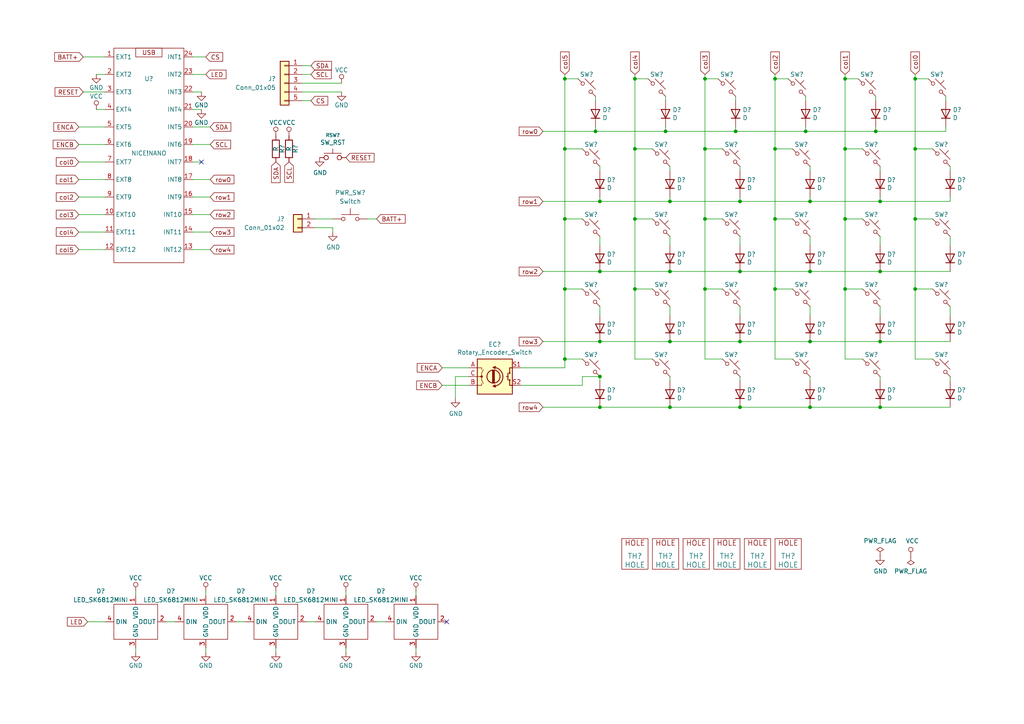
<source format=kicad_sch>
(kicad_sch (version 20230121) (generator eeschema)
  (paper "A4")
  (junction (at 245.11 83.82))
  (junction (at 172.72 38.1))
  (junction (at 194.31 99.06))
  (junction (at 204.47 83.82))
  (junction (at 173.99 118.11))
  (junction (at 233.68 38.1))
  (junction (at 184.15 22.86))
  (junction (at 204.47 22.86))
  (junction (at 224.79 83.82))
  (junction (at 234.95 78.74))
  (junction (at 245.11 43.18))
  (junction (at 224.79 43.18))
  (junction (at 224.79 22.86))
  (junction (at 184.15 63.5))
  (junction (at 234.95 58.42))
  (junction (at 173.99 109.22))
  (junction (at 184.15 43.18))
  (junction (at 204.47 43.18))
  (junction (at 254 38.1))
  (junction (at 265.43 63.5))
  (junction (at 204.47 63.5))
  (junction (at 255.27 118.11))
  (junction (at 163.83 43.18))
  (junction (at 193.04 38.1))
  (junction (at 265.43 43.18))
  (junction (at 173.99 99.06))
  (junction (at 255.27 78.74))
  (junction (at 224.79 63.5))
  (junction (at 245.11 63.5))
  (junction (at 255.27 99.06))
  (junction (at 214.63 99.06))
  (junction (at 214.63 58.42))
  (junction (at 213.36 38.1))
  (junction (at 184.15 83.82))
  (junction (at 214.63 118.11))
  (junction (at 163.83 63.5))
  (junction (at 194.31 58.42))
  (junction (at 255.27 58.42))
  (junction (at 265.43 83.82))
  (junction (at 163.83 104.14))
  (junction (at 173.99 78.74))
  (junction (at 163.83 22.86))
  (junction (at 194.31 118.11))
  (junction (at 265.43 22.86))
  (junction (at 194.31 78.74))
  (junction (at 163.83 83.82))
  (junction (at 173.99 58.42))
  (junction (at 214.63 78.74))
  (junction (at 234.95 118.11))
  (junction (at 245.11 22.86))
  (junction (at 234.95 99.06))
  (no_connect (at 58.42 46.99))
  (no_connect (at 129.54 180.34))
  (wire (pts (xy 168.91 104.14) (xy 163.83 104.14)))
  (wire (pts (xy 275.59 68.58) (xy 275.59 71.12)))
  (wire (pts (xy 163.83 43.18) (xy 168.91 43.18)))
  (wire (pts (xy 265.43 21.59) (xy 265.43 22.86)))
  (wire (pts (xy 27.94 31.75) (xy 30.48 31.75)))
  (wire (pts (xy 214.63 88.9) (xy 214.63 91.44)))
  (wire (pts (xy 59.69 187.96) (xy 59.69 189.23)))
  (wire (pts (xy 27.94 21.59) (xy 30.48 21.59)))
  (wire (pts (xy 163.83 104.14) (xy 163.83 83.82)))
  (wire (pts (xy 87.63 21.59) (xy 90.17 21.59)))
  (wire (pts (xy 255.27 68.58) (xy 255.27 71.12)))
  (wire (pts (xy 55.88 46.99) (xy 58.42 46.99)))
  (wire (pts (xy 55.88 16.51) (xy 59.69 16.51)))
  (wire (pts (xy 173.99 109.22) (xy 173.99 110.49)))
  (wire (pts (xy 245.11 83.82) (xy 250.19 83.82)))
  (wire (pts (xy 173.99 99.06) (xy 157.48 99.06)))
  (wire (pts (xy 87.63 26.67) (xy 99.06 26.67)))
  (wire (pts (xy 22.86 72.39) (xy 30.48 72.39)))
  (wire (pts (xy 245.11 21.59) (xy 245.11 22.86)))
  (wire (pts (xy 22.86 41.91) (xy 30.48 41.91)))
  (wire (pts (xy 255.27 109.22) (xy 255.27 110.49)))
  (wire (pts (xy 194.31 68.58) (xy 194.31 71.12)))
  (wire (pts (xy 173.99 58.42) (xy 157.48 58.42)))
  (wire (pts (xy 265.43 83.82) (xy 265.43 104.14)))
  (wire (pts (xy 59.69 171.45) (xy 59.69 172.72)))
  (wire (pts (xy 224.79 21.59) (xy 224.79 22.86)))
  (wire (pts (xy 163.83 22.86) (xy 167.64 22.86)))
  (wire (pts (xy 224.79 43.18) (xy 224.79 63.5)))
  (wire (pts (xy 173.99 49.53) (xy 173.99 48.26)))
  (wire (pts (xy 163.83 43.18) (xy 163.83 63.5)))
  (wire (pts (xy 265.43 43.18) (xy 265.43 63.5)))
  (wire (pts (xy 55.88 36.83) (xy 60.96 36.83)))
  (wire (pts (xy 224.79 63.5) (xy 224.79 83.82)))
  (wire (pts (xy 22.86 36.83) (xy 30.48 36.83)))
  (wire (pts (xy 55.88 72.39) (xy 60.96 72.39)))
  (wire (pts (xy 255.27 49.53) (xy 255.27 48.26)))
  (wire (pts (xy 255.27 88.9) (xy 255.27 91.44)))
  (wire (pts (xy 55.88 21.59) (xy 59.69 21.59)))
  (wire (pts (xy 224.79 63.5) (xy 229.87 63.5)))
  (wire (pts (xy 24.13 16.51) (xy 30.48 16.51)))
  (wire (pts (xy 275.59 109.22) (xy 275.59 110.49)))
  (wire (pts (xy 151.13 106.68) (xy 163.83 106.68)))
  (wire (pts (xy 109.22 180.34) (xy 111.76 180.34)))
  (wire (pts (xy 234.95 99.06) (xy 255.27 99.06)))
  (wire (pts (xy 265.43 63.5) (xy 265.43 83.82)))
  (wire (pts (xy 245.11 43.18) (xy 245.11 63.5)))
  (wire (pts (xy 245.11 22.86) (xy 248.92 22.86)))
  (wire (pts (xy 194.31 78.74) (xy 214.63 78.74)))
  (wire (pts (xy 214.63 118.11) (xy 234.95 118.11)))
  (wire (pts (xy 151.13 111.76) (xy 168.91 111.76)))
  (wire (pts (xy 173.99 57.15) (xy 173.99 58.42)))
  (wire (pts (xy 275.59 58.42) (xy 255.27 58.42)))
  (wire (pts (xy 55.88 52.07) (xy 60.96 52.07)))
  (wire (pts (xy 224.79 22.86) (xy 228.6 22.86)))
  (wire (pts (xy 265.43 63.5) (xy 270.51 63.5)))
  (wire (pts (xy 204.47 104.14) (xy 209.55 104.14)))
  (wire (pts (xy 163.83 106.68) (xy 163.83 104.14)))
  (wire (pts (xy 22.86 62.23) (xy 30.48 62.23)))
  (wire (pts (xy 233.68 38.1) (xy 254 38.1)))
  (wire (pts (xy 265.43 104.14) (xy 270.51 104.14)))
  (wire (pts (xy 87.63 19.05) (xy 90.17 19.05)))
  (wire (pts (xy 224.79 43.18) (xy 229.87 43.18)))
  (wire (pts (xy 194.31 118.11) (xy 214.63 118.11)))
  (wire (pts (xy 22.86 67.31) (xy 30.48 67.31)))
  (wire (pts (xy 204.47 63.5) (xy 204.47 83.82)))
  (wire (pts (xy 245.11 22.86) (xy 245.11 43.18)))
  (wire (pts (xy 173.99 78.74) (xy 194.31 78.74)))
  (wire (pts (xy 184.15 83.82) (xy 184.15 104.14)))
  (wire (pts (xy 68.58 180.34) (xy 71.12 180.34)))
  (wire (pts (xy 184.15 22.86) (xy 184.15 43.18)))
  (wire (pts (xy 213.36 27.94) (xy 213.36 29.21)))
  (wire (pts (xy 204.47 22.86) (xy 208.28 22.86)))
  (wire (pts (xy 275.59 88.9) (xy 275.59 91.44)))
  (wire (pts (xy 245.11 43.18) (xy 250.19 43.18)))
  (wire (pts (xy 234.95 58.42) (xy 255.27 58.42)))
  (wire (pts (xy 234.95 88.9) (xy 234.95 91.44)))
  (wire (pts (xy 204.47 43.18) (xy 204.47 63.5)))
  (wire (pts (xy 255.27 118.11) (xy 275.59 118.11)))
  (wire (pts (xy 173.99 68.58) (xy 173.99 71.12)))
  (wire (pts (xy 214.63 57.15) (xy 214.63 58.42)))
  (wire (pts (xy 24.13 26.67) (xy 30.48 26.67)))
  (wire (pts (xy 204.47 63.5) (xy 209.55 63.5)))
  (wire (pts (xy 275.59 49.53) (xy 275.59 48.26)))
  (wire (pts (xy 172.72 36.83) (xy 172.72 38.1)))
  (wire (pts (xy 163.83 21.59) (xy 163.83 22.86)))
  (wire (pts (xy 224.79 83.82) (xy 229.87 83.82)))
  (wire (pts (xy 275.59 57.15) (xy 275.59 58.42)))
  (wire (pts (xy 224.79 22.86) (xy 224.79 43.18)))
  (wire (pts (xy 39.37 171.45) (xy 39.37 172.72)))
  (wire (pts (xy 87.63 24.13) (xy 99.06 24.13)))
  (wire (pts (xy 193.04 36.83) (xy 193.04 38.1)))
  (wire (pts (xy 214.63 109.22) (xy 214.63 110.49)))
  (wire (pts (xy 132.08 109.22) (xy 132.08 115.57)))
  (wire (pts (xy 214.63 49.53) (xy 214.63 48.26)))
  (wire (pts (xy 194.31 109.22) (xy 194.31 110.49)))
  (wire (pts (xy 173.99 58.42) (xy 194.31 58.42)))
  (wire (pts (xy 168.91 111.76) (xy 168.91 109.22)))
  (wire (pts (xy 214.63 68.58) (xy 214.63 71.12)))
  (wire (pts (xy 184.15 63.5) (xy 189.23 63.5)))
  (wire (pts (xy 234.95 109.22) (xy 234.95 110.49)))
  (wire (pts (xy 245.11 63.5) (xy 245.11 83.82)))
  (wire (pts (xy 173.99 118.11) (xy 194.31 118.11)))
  (wire (pts (xy 55.88 41.91) (xy 60.96 41.91)))
  (wire (pts (xy 234.95 78.74) (xy 255.27 78.74)))
  (wire (pts (xy 204.47 21.59) (xy 204.47 22.86)))
  (wire (pts (xy 55.88 67.31) (xy 60.96 67.31)))
  (wire (pts (xy 173.99 88.9) (xy 173.99 91.44)))
  (wire (pts (xy 274.32 38.1) (xy 254 38.1)))
  (wire (pts (xy 204.47 83.82) (xy 204.47 104.14)))
  (wire (pts (xy 250.19 104.14) (xy 245.11 104.14)))
  (wire (pts (xy 22.86 52.07) (xy 30.48 52.07)))
  (wire (pts (xy 100.33 171.45) (xy 100.33 172.72)))
  (wire (pts (xy 184.15 63.5) (xy 184.15 83.82)))
  (wire (pts (xy 234.95 68.58) (xy 234.95 71.12)))
  (wire (pts (xy 194.31 57.15) (xy 194.31 58.42)))
  (wire (pts (xy 254 27.94) (xy 254 29.21)))
  (wire (pts (xy 214.63 78.74) (xy 234.95 78.74)))
  (wire (pts (xy 48.26 180.34) (xy 50.8 180.34)))
  (wire (pts (xy 194.31 88.9) (xy 194.31 91.44)))
  (wire (pts (xy 184.15 43.18) (xy 189.23 43.18)))
  (wire (pts (xy 80.01 187.96) (xy 80.01 189.23)))
  (wire (pts (xy 274.32 38.1) (xy 274.32 36.83)))
  (wire (pts (xy 91.44 66.04) (xy 96.52 66.04)))
  (wire (pts (xy 265.43 22.86) (xy 265.43 43.18)))
  (wire (pts (xy 255.27 57.15) (xy 255.27 58.42)))
  (wire (pts (xy 106.68 63.5) (xy 109.22 63.5)))
  (wire (pts (xy 96.52 66.04) (xy 96.52 67.31)))
  (wire (pts (xy 265.43 83.82) (xy 270.51 83.82)))
  (wire (pts (xy 193.04 38.1) (xy 213.36 38.1)))
  (wire (pts (xy 87.63 29.21) (xy 90.17 29.21)))
  (wire (pts (xy 245.11 63.5) (xy 250.19 63.5)))
  (wire (pts (xy 194.31 49.53) (xy 194.31 48.26)))
  (wire (pts (xy 233.68 27.94) (xy 233.68 29.21)))
  (wire (pts (xy 55.88 62.23) (xy 60.96 62.23)))
  (wire (pts (xy 91.44 63.5) (xy 96.52 63.5)))
  (wire (pts (xy 184.15 21.59) (xy 184.15 22.86)))
  (wire (pts (xy 172.72 27.94) (xy 172.72 29.21)))
  (wire (pts (xy 168.91 109.22) (xy 173.99 109.22)))
  (wire (pts (xy 214.63 58.42) (xy 234.95 58.42)))
  (wire (pts (xy 100.33 187.96) (xy 100.33 189.23)))
  (wire (pts (xy 265.43 43.18) (xy 270.51 43.18)))
  (wire (pts (xy 55.88 26.67) (xy 58.42 26.67)))
  (wire (pts (xy 128.27 111.76) (xy 135.89 111.76)))
  (wire (pts (xy 255.27 99.06) (xy 275.59 99.06)))
  (wire (pts (xy 234.95 49.53) (xy 234.95 48.26)))
  (wire (pts (xy 214.63 99.06) (xy 234.95 99.06)))
  (wire (pts (xy 204.47 83.82) (xy 209.55 83.82)))
  (wire (pts (xy 194.31 99.06) (xy 214.63 99.06)))
  (wire (pts (xy 88.9 180.34) (xy 91.44 180.34)))
  (wire (pts (xy 80.01 171.45) (xy 80.01 172.72)))
  (wire (pts (xy 254 36.83) (xy 254 38.1)))
  (wire (pts (xy 213.36 36.83) (xy 213.36 38.1)))
  (wire (pts (xy 204.47 43.18) (xy 209.55 43.18)))
  (wire (pts (xy 25.4 180.34) (xy 30.48 180.34)))
  (wire (pts (xy 120.65 187.96) (xy 120.65 189.23)))
  (wire (pts (xy 135.89 109.22) (xy 132.08 109.22)))
  (wire (pts (xy 173.99 78.74) (xy 157.48 78.74)))
  (wire (pts (xy 163.83 63.5) (xy 168.91 63.5)))
  (wire (pts (xy 39.37 187.96) (xy 39.37 189.23)))
  (wire (pts (xy 245.11 83.82) (xy 245.11 104.14)))
  (wire (pts (xy 163.83 83.82) (xy 168.91 83.82)))
  (wire (pts (xy 193.04 27.94) (xy 193.04 29.21)))
  (wire (pts (xy 194.31 58.42) (xy 214.63 58.42)))
  (wire (pts (xy 22.86 57.15) (xy 30.48 57.15)))
  (wire (pts (xy 224.79 104.14) (xy 229.87 104.14)))
  (wire (pts (xy 128.27 106.68) (xy 135.89 106.68)))
  (wire (pts (xy 233.68 36.83) (xy 233.68 38.1)))
  (wire (pts (xy 234.95 118.11) (xy 255.27 118.11)))
  (wire (pts (xy 194.31 99.06) (xy 173.99 99.06)))
  (wire (pts (xy 184.15 43.18) (xy 184.15 63.5)))
  (wire (pts (xy 163.83 22.86) (xy 163.83 43.18)))
  (wire (pts (xy 184.15 22.86) (xy 187.96 22.86)))
  (wire (pts (xy 120.65 171.45) (xy 120.65 172.72)))
  (wire (pts (xy 55.88 31.75) (xy 58.42 31.75)))
  (wire (pts (xy 274.32 27.94) (xy 274.32 29.21)))
  (wire (pts (xy 184.15 83.82) (xy 189.23 83.82)))
  (wire (pts (xy 204.47 22.86) (xy 204.47 43.18)))
  (wire (pts (xy 213.36 38.1) (xy 233.68 38.1)))
  (wire (pts (xy 172.72 38.1) (xy 157.48 38.1)))
  (wire (pts (xy 255.27 78.74) (xy 275.59 78.74)))
  (wire (pts (xy 224.79 83.82) (xy 224.79 104.14)))
  (wire (pts (xy 163.83 63.5) (xy 163.83 83.82)))
  (wire (pts (xy 234.95 57.15) (xy 234.95 58.42)))
  (wire (pts (xy 184.15 104.14) (xy 189.23 104.14)))
  (wire (pts (xy 22.86 46.99) (xy 30.48 46.99)))
  (wire (pts (xy 157.48 118.11) (xy 173.99 118.11)))
  (wire (pts (xy 265.43 22.86) (xy 269.24 22.86)))
  (wire (pts (xy 55.88 57.15) (xy 60.96 57.15)))
  (wire (pts (xy 172.72 38.1) (xy 193.04 38.1)))
  (global_label "BATT+" (shape input) (at 24.13 16.51 180) (property "Intersheetrefs" "${INTERSHEET_REFS}" (effects hide)))
  (global_label "row0" (shape input) (at 60.96 52.07 0) (property "Intersheetrefs" "${INTERSHEET_REFS}" (effects hide)))
  (global_label "ENCB" (shape input) (at 22.86 41.91 180) (property "Intersheetrefs" "${INTERSHEET_REFS}" (effects hide)))
  (global_label "col1" (shape input) (at 245.11 21.59 90) (property "Intersheetrefs" "${INTERSHEET_REFS}" (effects hide)))
  (global_label "col0" (shape input) (at 265.43 21.59 90) (property "Intersheetrefs" "${INTERSHEET_REFS}" (effects hide)))
  (global_label "row4" (shape input) (at 60.96 72.39 0) (property "Intersheetrefs" "${INTERSHEET_REFS}" (effects hide)))
  (global_label "ENCA" (shape input) (at 128.27 106.68 180) (property "Intersheetrefs" "${INTERSHEET_REFS}" (effects hide)))
  (global_label "ENCA" (shape input) (at 22.86 36.83 180) (property "Intersheetrefs" "${INTERSHEET_REFS}" (effects hide)))
  (global_label "col4" (shape input) (at 22.86 67.31 180) (property "Intersheetrefs" "${INTERSHEET_REFS}" (effects hide)))
  (global_label "row1" (shape input) (at 157.48 58.42 180) (property "Intersheetrefs" "${INTERSHEET_REFS}" (effects hide)))
  (global_label "CS" (shape input) (at 59.69 16.51 0) (property "Intersheetrefs" "${INTERSHEET_REFS}" (effects hide)))
  (global_label "col0" (shape input) (at 22.86 46.99 180) (property "Intersheetrefs" "${INTERSHEET_REFS}" (effects hide)))
  (global_label "row3" (shape input) (at 157.48 99.06 180) (property "Intersheetrefs" "${INTERSHEET_REFS}" (effects hide)))
  (global_label "col5" (shape input) (at 22.86 72.39 180) (property "Intersheetrefs" "${INTERSHEET_REFS}" (effects hide)))
  (global_label "ENCB" (shape input) (at 128.27 111.76 180) (property "Intersheetrefs" "${INTERSHEET_REFS}" (effects hide)))
  (global_label "SCL" (shape input) (at 83.82 46.99 270) (property "Intersheetrefs" "${INTERSHEET_REFS}" (effects hide)))
  (global_label "col4" (shape input) (at 184.15 21.59 90) (property "Intersheetrefs" "${INTERSHEET_REFS}" (effects hide)))
  (global_label "BATT+" (shape input) (at 109.22 63.5 0) (property "Intersheetrefs" "${INTERSHEET_REFS}" (effects hide)))
  (global_label "SCL" (shape input) (at 90.17 21.59 0) (property "Intersheetrefs" "${INTERSHEET_REFS}" (effects hide)))
  (global_label "SDA" (shape input) (at 60.96 36.83 0) (property "Intersheetrefs" "${INTERSHEET_REFS}" (effects hide)))
  (global_label "col1" (shape input) (at 22.86 52.07 180) (property "Intersheetrefs" "${INTERSHEET_REFS}" (effects hide)))
  (global_label "row3" (shape input) (at 60.96 67.31 0) (property "Intersheetrefs" "${INTERSHEET_REFS}" (effects hide)))
  (global_label "SDA" (shape input) (at 80.01 46.99 270) (property "Intersheetrefs" "${INTERSHEET_REFS}" (effects hide)))
  (global_label "row4" (shape input) (at 157.48 118.11 180) (property "Intersheetrefs" "${INTERSHEET_REFS}" (effects hide)))
  (global_label "SCL" (shape input) (at 60.96 41.91 0) (property "Intersheetrefs" "${INTERSHEET_REFS}" (effects hide)))
  (global_label "RESET" (shape input) (at 100.33 45.72 0) (property "Intersheetrefs" "${INTERSHEET_REFS}" (effects hide)))
  (global_label "CS" (shape input) (at 90.17 29.21 0) (property "Intersheetrefs" "${INTERSHEET_REFS}" (effects hide)))
  (global_label "LED" (shape input) (at 59.69 21.59 0) (property "Intersheetrefs" "${INTERSHEET_REFS}" (effects hide)))
  (global_label "row1" (shape input) (at 60.96 57.15 0) (property "Intersheetrefs" "${INTERSHEET_REFS}" (effects hide)))
  (global_label "col2" (shape input) (at 224.79 21.59 90) (property "Intersheetrefs" "${INTERSHEET_REFS}" (effects hide)))
  (global_label "row2" (shape input) (at 157.48 78.74 180) (property "Intersheetrefs" "${INTERSHEET_REFS}" (effects hide)))
  (global_label "row0" (shape input) (at 157.48 38.1 180) (property "Intersheetrefs" "${INTERSHEET_REFS}" (effects hide)))
  (global_label "col3" (shape input) (at 22.86 62.23 180) (property "Intersheetrefs" "${INTERSHEET_REFS}" (effects hide)))
  (global_label "col5" (shape input) (at 163.83 21.59 90) (property "Intersheetrefs" "${INTERSHEET_REFS}" (effects hide)))
  (global_label "LED" (shape input) (at 25.4 180.34 180) (property "Intersheetrefs" "${INTERSHEET_REFS}" (effects hide)))
  (global_label "row2" (shape input) (at 60.96 62.23 0) (property "Intersheetrefs" "${INTERSHEET_REFS}" (effects hide)))
  (global_label "RESET" (shape input) (at 24.13 26.67 180) (property "Intersheetrefs" "${INTERSHEET_REFS}" (effects hide)))
  (global_label "SDA" (shape input) (at 90.17 19.05 0) (property "Intersheetrefs" "${INTERSHEET_REFS}" (effects hide)))
  (global_label "col3" (shape input) (at 204.47 21.59 90) (property "Intersheetrefs" "${INTERSHEET_REFS}" (effects hide)))
  (global_label "col2" (shape input) (at 22.86 57.15 180) (property "Intersheetrefs" "${INTERSHEET_REFS}" (effects hide)))
  (symbol (lib_id "ScottoKeebs:Placeholder_Keyswitch") (at 231.14 25.4 0) (unit 1)
    (property "Reference" "SW?" (at 231.14 21.59 0))
    (property "Value" "SW4" (effects hide))
    (property "Footprint" "Mechanical_Switches:SW_MXHS_CHOCV1V2HS_1U" (effects hide))
    (instances (project "SofleKeyboard" (path "" (reference "SW?") (unit 1)) (path "" (reference "SW46") (unit 1)) (path "" (reference "SW4") (unit 1))))
  )
  (symbol (lib_id "ScottoKeebs:Placeholder_Keyswitch") (at 212.09 86.36 0) (unit 1)
    (property "Reference" "SW?" (at 212.09 82.55 0))
    (property "Value" "SW21" (effects hide))
    (property "Footprint" "Mechanical_Switches:SW_MXHS_CHOCV1V2HS_1U" (effects hide))
    (instances (project "SofleKeyboard" (path "" (reference "SW?") (unit 1)) (path "" (reference "SW44") (unit 1)) (path "" (reference "SW21") (unit 1))))
  )
  (symbol (lib_id "SofleKeyboard-rescue:VCC-Lily58-cache-Lily58_Pro-rescue") (at 83.82 39.37 0) (unit 1)
    (property "Reference" "#PWR?" (effects hide))
    (property "Value" "VCC" (at 83.82 35.56 0))
    (instances (project "SofleKeyboard" (path "" (reference "#PWR?") (unit 1)) (path "" (reference "#PWR031") (unit 1)) (path "" (reference "#PWR06") (unit 1))))
  )
  (symbol (lib_id "ScottoKeebs:Placeholder_Diode") (at 213.36 33.02 90) (unit 1)
    (property "Reference" "D?" (at 215.3666 31.8516 90) (effects (justify right)))
    (property "Value" "D" (at 215.3666 34.163 90) (effects (justify right)))
    (property "Footprint" "Mechanical_Switches:Diode_SOD-123(dual side)" (effects hide))
    (property "Sim.Device" "D" (effects hide))
    (property "Sim.Pins" "1=K 2=A" (effects hide))
    (instances (project "SofleKeyboard" (path "" (reference "D?") (unit 1)) (path "" (reference "D51") (unit 1)) (path "" (reference "D3") (unit 1))))
  )
  (symbol (lib_id "ScottoKeebs:Placeholder_Diode") (at 275.59 114.3 90) (unit 1)
    (property "Reference" "D?" (at 277.5966 113.1316 90) (effects (justify right)))
    (property "Value" "D" (at 277.5966 115.443 90) (effects (justify right)))
    (property "Footprint" "Mechanical_Switches:Diode_SOD-123(dual side)" (effects hide))
    (property "Sim.Device" "D" (effects hide))
    (property "Sim.Pins" "1=K 2=A" (effects hide))
    (instances (project "SofleKeyboard" (path "" (reference "D?") (unit 1)) (path "" (reference "D70") (unit 1)) (path "" (reference "D30") (unit 1))))
  )
  (symbol (lib_id "ScottoKeebs:Placeholder_Keyswitch") (at 171.45 86.36 0) (unit 1)
    (property "Reference" "SW?" (at 171.45 82.55 0))
    (property "Value" "SW19" (effects hide))
    (property "Footprint" "Mechanical_Switches:SW_MXHS_CHOCV1V2HS_1U" (effects hide))
    (instances (project "SofleKeyboard" (path "" (reference "SW?") (unit 1)) (path "" (reference "SW34") (unit 1)) (path "" (reference "SW19") (unit 1))))
  )
  (symbol (lib_id "SofleKeyboard-rescue:GND-power") (at 132.08 115.57 0) (unit 1)
    (property "Reference" "#PWR?" (effects hide))
    (property "Value" "GND" (at 132.207 119.9642 0))
    (instances (project "SofleKeyboard" (path "" (reference "#PWR?") (unit 1)) (path "" (reference "#PWR051") (unit 1)) (path "" (reference "#PWR0103") (unit 1))))
  )
  (symbol (lib_id "SofleKeyboard-rescue:HOLE-Lily58-cache-Lily58_Pro-rescue") (at 219.71 161.29 0) (unit 1)
    (property "Reference" "TH?" (at 219.71 161.29 0) (effects (font (size 1.524 1.524))))
    (property "Value" "HOLE" (at 219.71 163.83 0) (effects (font (size 1.524 1.524))))
    (property "Footprint" "MountingHole:MountingHole_2.2mm_M2" (effects hide))
    (instances (project "SofleKeyboard" (path "" (reference "TH?") (unit 1)) (path "" (reference "TH11") (unit 1)) (path "" (reference "TH5") (unit 1))))
  )
  (symbol (lib_id "Mechanical_Switches:Nice!Nano_V2(dual_use_socket)") (at 43.18 44.45 0) (unit 1)
    (property "Reference" "U?" (at 43.18 22.86 0))
    (property "Value" "NICE!NANO" (at 43.18 44.45 0))
    (property "Footprint" "Mechanical_Switches:NICE!NANO" (effects hide))
    (instances (project "SofleKeyboard" (path "" (reference "U?") (unit 1)) (path "" (reference "U2") (unit 1)) (path "" (reference "U1") (unit 1))))
  )
  (symbol (lib_id "SofleKeyboard-rescue:PWR_FLAG-Lily58-cache-Lily58_Pro-rescue") (at 255.27 161.29 0) (unit 1)
    (property "Reference" "#FLG?" (effects hide))
    (property "Value" "PWR_FLAG" (at 255.27 156.8704 0))
    (instances (project "SofleKeyboard" (path "" (reference "#FLG?") (unit 1)) (path "" (reference "#FLG03") (unit 1)) (path "" (reference "#FLG01") (unit 1))))
  )
  (symbol (lib_id "SofleKeyboard-rescue:VCC-Lily58-cache-Lily58_Pro-rescue") (at 264.16 161.29 0) (unit 1)
    (property "Reference" "#PWR?" (effects hide))
    (property "Value" "VCC" (at 264.5918 156.8958 0))
    (instances (project "SofleKeyboard" (path "" (reference "#PWR?") (unit 1)) (path "" (reference "#PWR053") (unit 1)) (path "" (reference "#PWR013") (unit 1))))
  )
  (symbol (lib_id "ScottoKeebs:Placeholder_Keyswitch") (at 232.41 86.36 0) (unit 1)
    (property "Reference" "SW?" (at 232.41 82.55 0))
    (property "Value" "SW22" (effects hide))
    (property "Footprint" "Mechanical_Switches:SW_MXHS_CHOCV1V2HS_1U" (effects hide))
    (instances (project "SofleKeyboard" (path "" (reference "SW?") (unit 1)) (path "" (reference "SW49") (unit 1)) (path "" (reference "SW22") (unit 1))))
  )
  (symbol (lib_id "SofleKeyboard-rescue:GND-Lily58-cache-Lily58_Pro-rescue") (at 100.33 189.23 0) (mirror y) (unit 1)
    (property "Reference" "#PWR?" (effects hide))
    (property "Value" "GND" (at 100.33 193.04 0))
    (instances (project "SofleKeyboard" (path "" (reference "#PWR?") (unit 1)) (path "" (reference "#PWR046") (unit 1)) (path "" (reference "#PWR023") (unit 1))))
  )
  (symbol (lib_id "ScottoKeebs:Placeholder_Diode") (at 194.31 114.3 90) (unit 1)
    (property "Reference" "D?" (at 196.3166 113.1316 90) (effects (justify right)))
    (property "Value" "D" (at 196.3166 115.443 90) (effects (justify right)))
    (property "Footprint" "Mechanical_Switches:Diode_SOD-123(dual side)" (effects hide))
    (property "Sim.Device" "D" (effects hide))
    (property "Sim.Pins" "1=K 2=A" (effects hide))
    (instances (project "SofleKeyboard" (path "" (reference "D?") (unit 1)) (path "" (reference "D50") (unit 1)) (path "" (reference "D26") (unit 1))))
  )
  (symbol (lib_id "SofleKeyboard-rescue:VCC-Lily58-cache-Lily58_Pro-rescue") (at 120.65 171.45 0) (mirror y) (unit 1)
    (property "Reference" "#PWR?" (effects hide))
    (property "Value" "VCC" (at 120.65 167.64 0))
    (instances (project "SofleKeyboard" (path "" (reference "#PWR?") (unit 1)) (path "" (reference "#PWR049") (unit 1)) (path "" (reference "#PWR024") (unit 1))))
  )
  (symbol (lib_id "ScottoKeebs:Placeholder_Diode") (at 255.27 53.34 90) (unit 1)
    (property "Reference" "D?" (at 257.2766 52.1716 90) (effects (justify right)))
    (property "Value" "D" (at 257.2766 54.483 90) (effects (justify right)))
    (property "Footprint" "Mechanical_Switches:Diode_SOD-123(dual side)" (effects hide))
    (property "Sim.Device" "D" (effects hide))
    (property "Sim.Pins" "1=K 2=A" (effects hide))
    (instances (project "SofleKeyboard" (path "" (reference "D?") (unit 1)) (path "" (reference "D62") (unit 1)) (path "" (reference "D11") (unit 1))))
  )
  (symbol (lib_id "SofleKeyboard-rescue:SW_RST-Lily58-cache-Lily58_Pro-rescue") (at 96.52 45.72 0) (unit 1)
    (property "Reference" "RSW?" (at 96.52 39.2176 0) (effects (font (size 1.016 1.016))))
    (property "Value" "SW_RST" (at 96.52 41.3258 0))
    (property "Footprint" "Mechanical_Switches:ResetSW_DualSide" (effects hide))
    (instances (project "SofleKeyboard" (path "" (reference "RSW?") (unit 1)) (path "" (reference "RSW2") (unit 1)) (path "" (reference "RSW1") (unit 1))))
  )
  (symbol (lib_id "ScottoKeebs:Placeholder_Diode") (at 214.63 74.93 90) (unit 1)
    (property "Reference" "D?" (at 216.6366 73.7616 90) (effects (justify right)))
    (property "Value" "D" (at 216.6366 76.073 90) (effects (justify right)))
    (property "Footprint" "Mechanical_Switches:Diode_SOD-123(dual side)" (effects hide))
    (property "Sim.Device" "D" (effects hide))
    (property "Sim.Pins" "1=K 2=A" (effects hide))
    (instances (project "SofleKeyboard" (path "" (reference "D?") (unit 1)) (path "" (reference "D53") (unit 1)) (path "" (reference "D15") (unit 1))))
  )
  (symbol (lib_id "ScottoKeebs:Placeholder_Keyswitch") (at 170.18 25.4 0) (unit 1)
    (property "Reference" "SW?" (at 170.18 21.59 0))
    (property "Value" "SW1" (effects hide))
    (property "Footprint" "Mechanical_Switches:SW_MXHS_CHOCV1V2HS_1U" (effects hide))
    (instances (project "SofleKeyboard" (path "" (reference "SW?") (unit 1)) (path "" (reference "SW31") (unit 1)) (path "" (reference "SW1") (unit 1))))
  )
  (symbol (lib_id "ScottoKeebs:Placeholder_Diode") (at 234.95 114.3 90) (unit 1)
    (property "Reference" "D?" (at 236.9566 113.1316 90) (effects (justify right)))
    (property "Value" "D" (at 236.9566 115.443 90) (effects (justify right)))
    (property "Footprint" "Mechanical_Switches:Diode_SOD-123(dual side)" (effects hide))
    (property "Sim.Device" "D" (effects hide))
    (property "Sim.Pins" "1=K 2=A" (effects hide))
    (instances (project "SofleKeyboard" (path "" (reference "D?") (unit 1)) (path "" (reference "D60") (unit 1)) (path "" (reference "D28") (unit 1))))
  )
  (symbol (lib_id "ScottoKeebs:Placeholder_Keyswitch") (at 271.78 25.4 0) (unit 1)
    (property "Reference" "SW?" (at 271.78 21.59 0))
    (property "Value" "SW6" (effects hide))
    (property "Footprint" "Mechanical_Switches:SW_MXHS_CHOCV1V2HS_1U" (effects hide))
    (instances (project "SofleKeyboard" (path "" (reference "SW?") (unit 1)) (path "" (reference "SW56") (unit 1)) (path "" (reference "SW6") (unit 1))))
  )
  (symbol (lib_id "ScottoKeebs:Placeholder_Keyswitch") (at 273.05 86.36 0) (unit 1)
    (property "Reference" "SW?" (at 273.05 82.55 0))
    (property "Value" "SW24" (effects hide))
    (property "Footprint" "Mechanical_Switches:SW_MXHS_CHOCV1V2HS_1U" (effects hide))
    (instances (project "SofleKeyboard" (path "" (reference "SW?") (unit 1)) (path "" (reference "SW59") (unit 1)) (path "" (reference "SW24") (unit 1))))
  )
  (symbol (lib_id "ScottoKeebs:Placeholder_Diode") (at 234.95 95.25 90) (unit 1)
    (property "Reference" "D?" (at 236.9566 94.0816 90) (effects (justify right)))
    (property "Value" "D" (at 236.9566 96.393 90) (effects (justify right)))
    (property "Footprint" "Mechanical_Switches:Diode_SOD-123(dual side)" (effects hide))
    (property "Sim.Device" "D" (effects hide))
    (property "Sim.Pins" "1=K 2=A" (effects hide))
    (instances (project "SofleKeyboard" (path "" (reference "D?") (unit 1)) (path "" (reference "D59") (unit 1)) (path "" (reference "D22") (unit 1))))
  )
  (symbol (lib_id "SofleKeyboard-rescue:GND-Lily58-cache-Lily58_Pro-rescue") (at 80.01 189.23 0) (mirror y) (unit 1)
    (property "Reference" "#PWR?" (effects hide))
    (property "Value" "GND" (at 80.01 193.04 0))
    (instances (project "SofleKeyboard" (path "" (reference "#PWR?") (unit 1)) (path "" (reference "#PWR041") (unit 1)) (path "" (reference "#PWR021") (unit 1))))
  )
  (symbol (lib_id "ScottoKeebs:Placeholder_Keyswitch") (at 171.45 66.04 0) (unit 1)
    (property "Reference" "SW?" (at 171.45 62.23 0))
    (property "Value" "SW13" (effects hide))
    (property "Footprint" "Mechanical_Switches:SW_MXHS_CHOCV1V2HS_1U" (effects hide))
    (instances (project "SofleKeyboard" (path "" (reference "SW?") (unit 1)) (path "" (reference "SW33") (unit 1)) (path "" (reference "SW13") (unit 1))))
  )
  (symbol (lib_id "SofleKeyboard-rescue:VCC-Lily58-cache-Lily58_Pro-rescue") (at 99.06 24.13 0) (mirror y) (unit 1)
    (property "Reference" "#PWR?" (effects hide))
    (property "Value" "VCC" (at 99.06 20.32 0))
    (instances (project "SofleKeyboard" (path "" (reference "#PWR?") (unit 1)) (path "" (reference "#PWR035") (unit 1)) (path "" (reference "#PWR014") (unit 1))))
  )
  (symbol (lib_id "ScottoKeebs:Placeholder_Diode") (at 214.63 95.25 90) (unit 1)
    (property "Reference" "D?" (at 216.6366 94.0816 90) (effects (justify right)))
    (property "Value" "D" (at 216.6366 96.393 90) (effects (justify right)))
    (property "Footprint" "Mechanical_Switches:Diode_SOD-123(dual side)" (effects hide))
    (property "Sim.Device" "D" (effects hide))
    (property "Sim.Pins" "1=K 2=A" (effects hide))
    (instances (project "SofleKeyboard" (path "" (reference "D?") (unit 1)) (path "" (reference "D54") (unit 1)) (path "" (reference "D21") (unit 1))))
  )
  (symbol (lib_id "ScottoKeebs:Placeholder_Diode") (at 194.31 95.25 90) (unit 1)
    (property "Reference" "D?" (at 196.3166 94.0816 90) (effects (justify right)))
    (property "Value" "D" (at 196.3166 96.393 90) (effects (justify right)))
    (property "Footprint" "Mechanical_Switches:Diode_SOD-123(dual side)" (effects hide))
    (property "Sim.Device" "D" (effects hide))
    (property "Sim.Pins" "1=K 2=A" (effects hide))
    (instances (project "SofleKeyboard" (path "" (reference "D?") (unit 1)) (path "" (reference "D49") (unit 1)) (path "" (reference "D20") (unit 1))))
  )
  (symbol (lib_id "ScottoKeebs:Placeholder_Diode") (at 214.63 114.3 90) (unit 1)
    (property "Reference" "D?" (at 216.6366 113.1316 90) (effects (justify right)))
    (property "Value" "D" (at 216.6366 115.443 90) (effects (justify right)))
    (property "Footprint" "Mechanical_Switches:Diode_SOD-123(dual side)" (effects hide))
    (property "Sim.Device" "D" (effects hide))
    (property "Sim.Pins" "1=K 2=A" (effects hide))
    (instances (project "SofleKeyboard" (path "" (reference "D?") (unit 1)) (path "" (reference "D55") (unit 1)) (path "" (reference "D27") (unit 1))))
  )
  (symbol (lib_id "ScottoKeebs:Placeholder_Switch") (at 101.6 63.5 0) (unit 1)
    (property "Reference" "PWR_SW?" (at 101.6 55.88 0))
    (property "Value" "Switch" (at 101.6 58.42 0))
    (property "Footprint" "Mechanical_Switches:SLW-1276864-4A-D" (effects hide))
    (instances (project "SofleKeyboard" (path "" (reference "PWR_SW?") (unit 1)) (path "" (reference "PWR_SW2") (unit 1)) (path "" (reference "PWR_SW1") (unit 1))))
  )
  (symbol (lib_id "ScottoKeebs:Placeholder_Diode") (at 275.59 95.25 90) (unit 1)
    (property "Reference" "D?" (at 277.5966 94.0816 90) (effects (justify right)))
    (property "Value" "D" (at 277.5966 96.393 90) (effects (justify right)))
    (property "Footprint" "Mechanical_Switches:Diode_SOD-123(dual side)" (effects hide))
    (property "Sim.Device" "D" (effects hide))
    (property "Sim.Pins" "1=K 2=A" (effects hide))
    (instances (project "SofleKeyboard" (path "" (reference "D?") (unit 1)) (path "" (reference "D69") (unit 1)) (path "" (reference "D24") (unit 1))))
  )
  (symbol (lib_id "ScottoKeebs:Placeholder_Keyswitch") (at 171.45 45.72 0) (unit 1)
    (property "Reference" "SW?" (at 171.45 41.91 0))
    (property "Value" "SW7" (effects hide))
    (property "Footprint" "Mechanical_Switches:SW_MXHS_CHOCV1V2HS_1U" (effects hide))
    (instances (project "SofleKeyboard" (path "" (reference "SW?") (unit 1)) (path "" (reference "SW32") (unit 1)) (path "" (reference "SW7") (unit 1))))
  )
  (symbol (lib_id "ScottoKeebs:Placeholder_Diode") (at 234.95 53.34 90) (unit 1)
    (property "Reference" "D?" (at 236.9566 52.1716 90) (effects (justify right)))
    (property "Value" "D" (at 236.9566 54.483 90) (effects (justify right)))
    (property "Footprint" "Mechanical_Switches:Diode_SOD-123(dual side)" (effects hide))
    (property "Sim.Device" "D" (effects hide))
    (property "Sim.Pins" "1=K 2=A" (effects hide))
    (instances (project "SofleKeyboard" (path "" (reference "D?") (unit 1)) (path "" (reference "D57") (unit 1)) (path "" (reference "D10") (unit 1))))
  )
  (symbol (lib_id "ScottoKeebs:Placeholder_Diode") (at 255.27 95.25 90) (unit 1)
    (property "Reference" "D?" (at 257.2766 94.0816 90) (effects (justify right)))
    (property "Value" "D" (at 257.2766 96.393 90) (effects (justify right)))
    (property "Footprint" "Mechanical_Switches:Diode_SOD-123(dual side)" (effects hide))
    (property "Sim.Device" "D" (effects hide))
    (property "Sim.Pins" "1=K 2=A" (effects hide))
    (instances (project "SofleKeyboard" (path "" (reference "D?") (unit 1)) (path "" (reference "D64") (unit 1)) (path "" (reference "D23") (unit 1))))
  )
  (symbol (lib_id "SofleKeyboard-rescue:GND-Lily58-cache-Lily58_Pro-rescue") (at 39.37 189.23 0) (mirror y) (unit 1)
    (property "Reference" "#PWR?" (effects hide))
    (property "Value" "GND" (at 39.37 193.04 0))
    (instances (project "SofleKeyboard" (path "" (reference "#PWR?") (unit 1)) (path "" (reference "#PWR033") (unit 1)) (path "" (reference "#PWR017") (unit 1))))
  )
  (symbol (lib_id "ScottoKeebs:Placeholder_Diode") (at 255.27 114.3 90) (unit 1)
    (property "Reference" "D?" (at 257.2766 113.1316 90) (effects (justify right)))
    (property "Value" "D" (at 257.2766 115.443 90) (effects (justify right)))
    (property "Footprint" "Mechanical_Switches:Diode_SOD-123(dual side)" (effects hide))
    (property "Sim.Device" "D" (effects hide))
    (property "Sim.Pins" "1=K 2=A" (effects hide))
    (instances (project "SofleKeyboard" (path "" (reference "D?") (unit 1)) (path "" (reference "D65") (unit 1)) (path "" (reference "D29") (unit 1))))
  )
  (symbol (lib_id "SofleKeyboard-rescue:VCC-Lily58-cache-Lily58_Pro-rescue") (at 80.01 171.45 0) (mirror y) (unit 1)
    (property "Reference" "#PWR?" (effects hide))
    (property "Value" "VCC" (at 80.01 167.64 0))
    (instances (project "SofleKeyboard" (path "" (reference "#PWR?") (unit 1)) (path "" (reference "#PWR040") (unit 1)) (path "" (reference "#PWR020") (unit 1))))
  )
  (symbol (lib_id "SofleKeyboard-rescue:HOLE-Lily58-cache-Lily58_Pro-rescue") (at 193.04 161.29 0) (unit 1)
    (property "Reference" "TH?" (at 193.04 161.29 0) (effects (font (size 1.524 1.524))))
    (property "Value" "HOLE" (at 193.04 163.83 0) (effects (font (size 1.524 1.524))))
    (property "Footprint" "MountingHole:MountingHole_2.2mm_M2" (effects hide))
    (instances (project "SofleKeyboard" (path "" (reference "TH?") (unit 1)) (path "" (reference "TH8") (unit 1)) (path "" (reference "TH2") (unit 1))))
  )
  (symbol (lib_id "ScottoKeebs:Placeholder_Keyswitch") (at 190.5 25.4 0) (unit 1)
    (property "Reference" "SW?" (at 190.5 21.59 0))
    (property "Value" "SW2" (effects hide))
    (property "Footprint" "Mechanical_Switches:SW_MXHS_CHOCV1V2HS_1U" (effects hide))
    (instances (project "SofleKeyboard" (path "" (reference "SW?") (unit 1)) (path "" (reference "SW36") (unit 1)) (path "" (reference "SW2") (unit 1))))
  )
  (symbol (lib_id "SofleKeyboard-rescue:Rotary_Encoder_Switch-Device") (at 143.51 109.22 0) (unit 1)
    (property "Reference" "EC?" (at 143.51 99.8982 0))
    (property "Value" "Rotary_Encoder_Switch" (at 143.51 102.2096 0))
    (property "Footprint" "Mechanical_Switches:RotaryEncoder_Alps_EC12E-Switch_Vertical_H20mm" (effects hide))
    (instances (project "SofleKeyboard" (path "" (reference "EC?") (unit 1)) (path "" (reference "EC2") (unit 1)) (path "" (reference "EC1") (unit 1))))
  )
  (symbol (lib_id "ScottoKeebs:Placeholder_Keyswitch") (at 252.73 45.72 0) (unit 1)
    (property "Reference" "SW?" (at 252.73 41.91 0))
    (property "Value" "SW11" (effects hide))
    (property "Footprint" "Mechanical_Switches:SW_MXHS_CHOCV1V2HS_1U" (effects hide))
    (instances (project "SofleKeyboard" (path "" (reference "SW?") (unit 1)) (path "" (reference "SW52") (unit 1)) (path "" (reference "SW11") (unit 1))))
  )
  (symbol (lib_id "ScottoKeebs:Placeholder_Diode") (at 194.31 74.93 90) (unit 1)
    (property "Reference" "D?" (at 196.3166 73.7616 90) (effects (justify right)))
    (property "Value" "D" (at 196.3166 76.073 90) (effects (justify right)))
    (property "Footprint" "Mechanical_Switches:Diode_SOD-123(dual side)" (effects hide))
    (property "Sim.Device" "D" (effects hide))
    (property "Sim.Pins" "1=K 2=A" (effects hide))
    (instances (project "SofleKeyboard" (path "" (reference "D?") (unit 1)) (path "" (reference "D48") (unit 1)) (path "" (reference "D14") (unit 1))))
  )
  (symbol (lib_id "SofleKeyboard-rescue:R-Lily58-cache-Lily58_Pro-rescue") (at 80.01 43.18 0) (unit 1)
    (property "Reference" "R?" (at 82.55 43.18 90) (effects (justify bottom)))
    (property "Value" "R" (at 80.01 43.18 90))
    (property "Footprint" "Mechanical_Switches:R_0805_2012Metric_Pad1.20x1.40mm_HandSolder_dualside" (effects hide))
    (instances (project "SofleKeyboard" (path "" (reference "R?") (unit 1)) (path "" (reference "R3") (unit 1)) (path "" (reference "R1") (unit 1))))
  )
  (symbol (lib_id "ScottoKeebs:Placeholder_Diode") (at 173.99 114.3 90) (unit 1)
    (property "Reference" "D?" (at 175.9966 113.1316 90) (effects (justify right)))
    (property "Value" "D" (at 175.9966 115.443 90) (effects (justify right)))
    (property "Footprint" "Mechanical_Switches:Diode_SOD-123(dual side)" (effects hide))
    (property "Sim.Device" "D" (effects hide))
    (property "Sim.Pins" "1=K 2=A" (effects hide))
    (instances (project "SofleKeyboard" (path "" (reference "D?") (unit 1)) (path "" (reference "D45") (unit 1)) (path "" (reference "D25") (unit 1))))
  )
  (symbol (lib_id "ScottoKeebs:Placeholder_Keyswitch") (at 252.73 66.04 0) (unit 1)
    (property "Reference" "SW?" (at 252.73 62.23 0))
    (property "Value" "SW17" (effects hide))
    (property "Footprint" "Mechanical_Switches:SW_MXHS_CHOCV1V2HS_1U" (effects hide))
    (instances (project "SofleKeyboard" (path "" (reference "SW?") (unit 1)) (path "" (reference "SW53") (unit 1)) (path "" (reference "SW17") (unit 1))))
  )
  (symbol (lib_id "ScottoKeebs:Placeholder_Diode") (at 193.04 33.02 90) (unit 1)
    (property "Reference" "D?" (at 195.0466 31.8516 90) (effects (justify right)))
    (property "Value" "D" (at 195.0466 34.163 90) (effects (justify right)))
    (property "Footprint" "Mechanical_Switches:Diode_SOD-123(dual side)" (effects hide))
    (property "Sim.Device" "D" (effects hide))
    (property "Sim.Pins" "1=K 2=A" (effects hide))
    (instances (project "SofleKeyboard" (path "" (reference "D?") (unit 1)) (path "" (reference "D46") (unit 1)) (path "" (reference "D2") (unit 1))))
  )
  (symbol (lib_id "ScottoKeebs:Placeholder_Diode") (at 214.63 53.34 90) (unit 1)
    (property "Reference" "D?" (at 216.6366 52.1716 90) (effects (justify right)))
    (property "Value" "D" (at 216.6366 54.483 90) (effects (justify right)))
    (property "Footprint" "Mechanical_Switches:Diode_SOD-123(dual side)" (effects hide))
    (property "Sim.Device" "D" (effects hide))
    (property "Sim.Pins" "1=K 2=A" (effects hide))
    (instances (project "SofleKeyboard" (path "" (reference "D?") (unit 1)) (path "" (reference "D52") (unit 1)) (path "" (reference "D9") (unit 1))))
  )
  (symbol (lib_id "ScottoKeebs:Placeholder_Keyswitch") (at 191.77 106.68 0) (unit 1)
    (property "Reference" "SW?" (at 191.77 102.87 0))
    (property "Value" "SW26" (effects hide))
    (property "Footprint" "Mechanical_Switches:SW_MXHS_CHOCV1V2HS_1.5U" (effects hide))
    (instances (project "SofleKeyboard" (path "" (reference "SW?") (unit 1)) (path "" (reference "SW40") (unit 1)) (path "" (reference "SW26") (unit 1))))
  )
  (symbol (lib_id "ScottoKeebs:Placeholder_Keyswitch") (at 171.45 106.68 0) (unit 1)
    (property "Reference" "SW?" (at 171.45 102.87 0))
    (property "Value" "SW19" (effects hide))
    (property "Footprint" "Mechanical_Switches:SW_MXHS_CHOCV1V2HS_1U" (effects hide))
    (instances (project "SofleKeyboard" (path "" (reference "SW?") (unit 1)) (path "" (reference "SW35") (unit 1)) (path "" (reference "SW25") (unit 1))))
  )
  (symbol (lib_id "RGB_LED:SK6812_Mini-E") (at 120.65 180.34 0) (unit 1)
    (property "Reference" "D?" (at 110.49 171.45 0))
    (property "Value" "LED_SK6812MINI" (at 110.49 173.99 0))
    (property "Footprint" "RGB_LED:SK6812_Mini-E_DualSide" (effects hide))
    (property "Datasheet" "https://cdn-shop.adafruit.com/product-files/2686/SK6812MINI_REV.01-1-2.pdf" (effects hide))
    (instances (project "SofleKeyboard" (path "" (reference "D?") (unit 1)) (path "" (reference "D40") (unit 1)) (path "" (reference "D35") (unit 1))))
  )
  (symbol (lib_id "ScottoKeebs:Placeholder_Diode") (at 172.72 33.02 90) (unit 1)
    (property "Reference" "D?" (at 174.7266 31.8516 90) (effects (justify right)))
    (property "Value" "D" (at 174.7266 34.163 90) (effects (justify right)))
    (property "Footprint" "Mechanical_Switches:Diode_SOD-123(dual side)" (effects hide))
    (property "Sim.Device" "D" (effects hide))
    (property "Sim.Pins" "1=K 2=A" (effects hide))
    (instances (project "SofleKeyboard" (path "" (reference "D?") (unit 1)) (path "" (reference "D41") (unit 1)) (path "" (reference "D1") (unit 1))))
  )
  (symbol (lib_id "SofleKeyboard-rescue:VCC-Lily58-cache-Lily58_Pro-rescue") (at 27.94 31.75 0) (unit 1)
    (property "Reference" "#PWR?" (effects hide))
    (property "Value" "VCC" (at 27.94 27.94 0))
    (instances (project "SofleKeyboard" (path "" (reference "#PWR?") (unit 1)) (path "" (reference "#PWR029") (unit 1)) (path "" (reference "#PWR07") (unit 1))))
  )
  (symbol (lib_id "SofleKeyboard-rescue:VCC-Lily58-cache-Lily58_Pro-rescue") (at 80.01 39.37 0) (unit 1)
    (property "Reference" "#PWR?" (effects hide))
    (property "Value" "VCC" (at 80.01 35.56 0))
    (instances (project "SofleKeyboard" (path "" (reference "#PWR?") (unit 1)) (path "" (reference "#PWR030") (unit 1)) (path "" (reference "#PWR05") (unit 1))))
  )
  (symbol (lib_id "SofleKeyboard-rescue:GND-Lily58-cache-Lily58_Pro-rescue") (at 58.42 26.67 0) (mirror y) (unit 1)
    (property "Reference" "#PWR?" (effects hide))
    (property "Value" "GND" (at 58.42 30.48 0))
    (instances (project "SofleKeyboard" (path "" (reference "#PWR?") (unit 1)) (path "" (reference "#PWR047") (unit 1)) (path "" (reference "#PWR08") (unit 1))))
  )
  (symbol (lib_id "ScottoKeebs:Placeholder_Keyswitch") (at 252.73 106.68 0) (unit 1)
    (property "Reference" "SW?" (at 252.73 102.87 0))
    (property "Value" "SW29" (effects hide))
    (property "Footprint" "Mechanical_Switches:SW_MXHS_CHOCV1V2HS_1U" (effects hide))
    (instances (project "SofleKeyboard" (path "" (reference "SW?") (unit 1)) (path "" (reference "SW55") (unit 1)) (path "" (reference "SW29") (unit 1))))
  )
  (symbol (lib_id "ScottoKeebs:Placeholder_Diode") (at 173.99 74.93 90) (unit 1)
    (property "Reference" "D?" (at 175.9966 73.7616 90) (effects (justify right)))
    (property "Value" "D" (at 175.9966 76.073 90) (effects (justify right)))
    (property "Footprint" "Mechanical_Switches:Diode_SOD-123(dual side)" (effects hide))
    (property "Sim.Device" "D" (effects hide))
    (property "Sim.Pins" "1=K 2=A" (effects hide))
    (instances (project "SofleKeyboard" (path "" (reference "D?") (unit 1)) (path "" (reference "D43") (unit 1)) (path "" (reference "D13") (unit 1))))
  )
  (symbol (lib_id "SofleKeyboard-rescue:PWR_FLAG-Lily58-cache-Lily58_Pro-rescue") (at 264.16 161.29 180) (unit 1)
    (property "Reference" "#FLG?" (effects hide))
    (property "Value" "PWR_FLAG" (at 264.16 165.6842 0))
    (instances (project "SofleKeyboard" (path "" (reference "#FLG?") (unit 1)) (path "" (reference "#FLG04") (unit 1)) (path "" (reference "#FLG02") (unit 1))))
  )
  (symbol (lib_id "ScottoKeebs:Placeholder_Keyswitch") (at 212.09 45.72 0) (unit 1)
    (property "Reference" "SW?" (at 212.09 41.91 0))
    (property "Value" "SW9" (effects hide))
    (property "Footprint" "Mechanical_Switches:SW_MXHS_CHOCV1V2HS_1U" (effects hide))
    (instances (project "SofleKeyboard" (path "" (reference "SW?") (unit 1)) (path "" (reference "SW42") (unit 1)) (path "" (reference "SW9") (unit 1))))
  )
  (symbol (lib_id "SofleKeyboard-rescue:GND-Lily58-cache-Lily58_Pro-rescue") (at 255.27 161.29 0) (unit 1)
    (property "Reference" "#PWR?" (effects hide))
    (property "Value" "GND" (at 255.397 165.6842 0))
    (instances (project "SofleKeyboard" (path "" (reference "#PWR?") (unit 1)) (path "" (reference "#PWR052") (unit 1)) (path "" (reference "#PWR012") (unit 1))))
  )
  (symbol (lib_id "SofleKeyboard-rescue:HOLE-Lily58-cache-Lily58_Pro-rescue") (at 210.82 161.29 0) (unit 1)
    (property "Reference" "TH?" (at 210.82 161.29 0) (effects (font (size 1.524 1.524))))
    (property "Value" "HOLE" (at 210.82 163.83 0) (effects (font (size 1.524 1.524))))
    (property "Footprint" "MountingHole:MountingHole_2.2mm_M2" (effects hide))
    (instances (project "SofleKeyboard" (path "" (reference "TH?") (unit 1)) (path "" (reference "TH10") (unit 1)) (path "" (reference "TH4") (unit 1))))
  )
  (symbol (lib_id "ScottoKeebs:Placeholder_Diode") (at 173.99 53.34 90) (unit 1)
    (property "Reference" "D?" (at 175.9966 52.1716 90) (effects (justify right)))
    (property "Value" "D" (at 175.9966 54.483 90) (effects (justify right)))
    (property "Footprint" "Mechanical_Switches:Diode_SOD-123(dual side)" (effects hide))
    (property "Sim.Device" "D" (effects hide))
    (property "Sim.Pins" "1=K 2=A" (effects hide))
    (instances (project "SofleKeyboard" (path "" (reference "D?") (unit 1)) (path "" (reference "D42") (unit 1)) (path "" (reference "D7") (unit 1))))
  )
  (symbol (lib_id "ScottoKeebs:Placeholder_Keyswitch") (at 232.41 106.68 0) (unit 1)
    (property "Reference" "SW?" (at 232.41 102.87 0))
    (property "Value" "SW28" (effects hide))
    (property "Footprint" "Mechanical_Switches:SW_MXHS_CHOCV1V2HS_1U" (effects hide))
    (instances (project "SofleKeyboard" (path "" (reference "SW?") (unit 1)) (path "" (reference "SW50") (unit 1)) (path "" (reference "SW28") (unit 1))))
  )
  (symbol (lib_id "ScottoKeebs:Placeholder_Keyswitch") (at 191.77 45.72 0) (unit 1)
    (property "Reference" "SW?" (at 191.77 41.91 0))
    (property "Value" "SW8" (effects hide))
    (property "Footprint" "Mechanical_Switches:SW_MXHS_CHOCV1V2HS_1U" (effects hide))
    (instances (project "SofleKeyboard" (path "" (reference "SW?") (unit 1)) (path "" (reference "SW37") (unit 1)) (path "" (reference "SW8") (unit 1))))
  )
  (symbol (lib_id "ScottoKeebs:Placeholder_Keyswitch") (at 251.46 25.4 0) (unit 1)
    (property "Reference" "SW?" (at 251.46 21.59 0))
    (property "Value" "SW5" (effects hide))
    (property "Footprint" "Mechanical_Switches:SW_MXHS_CHOCV1V2HS_1U" (effects hide))
    (instances (project "SofleKeyboard" (path "" (reference "SW?") (unit 1)) (path "" (reference "SW51") (unit 1)) (path "" (reference "SW5") (unit 1))))
  )
  (symbol (lib_id "ScottoKeebs:Placeholder_Diode") (at 275.59 74.93 90) (unit 1)
    (property "Reference" "D?" (at 277.5966 73.7616 90) (effects (justify right)))
    (property "Value" "D" (at 277.5966 76.073 90) (effects (justify right)))
    (property "Footprint" "Mechanical_Switches:Diode_SOD-123(dual side)" (effects hide))
    (property "Sim.Device" "D" (effects hide))
    (property "Sim.Pins" "1=K 2=A" (effects hide))
    (instances (project "SofleKeyboard" (path "" (reference "D?") (unit 1)) (path "" (reference "D68") (unit 1)) (path "" (reference "D18") (unit 1))))
  )
  (symbol (lib_id "SofleKeyboard-rescue:HOLE-Lily58-cache-Lily58_Pro-rescue") (at 184.15 161.29 0) (unit 1)
    (property "Reference" "TH?" (at 184.15 161.29 0) (effects (font (size 1.524 1.524))))
    (property "Value" "HOLE" (at 184.15 163.83 0) (effects (font (size 1.524 1.524))))
    (property "Footprint" "MountingHole:MountingHole_2.2mm_M2" (effects hide))
    (instances (project "SofleKeyboard" (path "" (reference "TH?") (unit 1)) (path "" (reference "TH7") (unit 1)) (path "" (reference "TH1") (unit 1))))
  )
  (symbol (lib_id "SofleKeyboard-rescue:GND-Lily58-cache-Lily58_Pro-rescue") (at 27.94 21.59 0) (unit 1)
    (property "Reference" "#PWR?" (effects hide))
    (property "Value" "GND" (at 27.94 25.4 0))
    (instances (project "SofleKeyboard" (path "" (reference "#PWR?") (unit 1)) (path "" (reference "#PWR026") (unit 1)) (path "" (reference "#PWR01") (unit 1))))
  )
  (symbol (lib_id "ScottoKeebs:Placeholder_Keyswitch") (at 273.05 66.04 0) (unit 1)
    (property "Reference" "SW?" (at 273.05 62.23 0))
    (property "Value" "SW18" (effects hide))
    (property "Footprint" "Mechanical_Switches:SW_MXHS_CHOCV1V2HS_1U" (effects hide))
    (instances (project "SofleKeyboard" (path "" (reference "SW?") (unit 1)) (path "" (reference "SW58") (unit 1)) (path "" (reference "SW18") (unit 1))))
  )
  (symbol (lib_id "RGB_LED:SK6812_Mini-E") (at 100.33 180.34 0) (unit 1)
    (property "Reference" "D?" (at 90.17 171.45 0))
    (property "Value" "LED_SK6812MINI" (at 90.17 173.99 0))
    (property "Footprint" "RGB_LED:SK6812_Mini-E_DualSide" (effects hide))
    (property "Datasheet" "https://cdn-shop.adafruit.com/product-files/2686/SK6812MINI_REV.01-1-2.pdf" (effects hide))
    (instances (project "SofleKeyboard" (path "" (reference "D?") (unit 1)) (path "" (reference "D39") (unit 1)) (path "" (reference "D34") (unit 1))))
  )
  (symbol (lib_id "ScottoKeebs:Placeholder_Keyswitch") (at 273.05 45.72 0) (unit 1)
    (property "Reference" "SW?" (at 273.05 41.91 0))
    (property "Value" "SW12" (effects hide))
    (property "Footprint" "Mechanical_Switches:SW_MXHS_CHOCV1V2HS_1U" (effects hide))
    (instances (project "SofleKeyboard" (path "" (reference "SW?") (unit 1)) (path "" (reference "SW57") (unit 1)) (path "" (reference "SW12") (unit 1))))
  )
  (symbol (lib_id "RGB_LED:SK6812_Mini-E") (at 59.69 180.34 0) (unit 1)
    (property "Reference" "D?" (at 49.53 171.45 0))
    (property "Value" "LED_SK6812MINI" (at 49.53 173.99 0))
    (property "Footprint" "RGB_LED:SK6812_Mini-E_DualSide" (effects hide))
    (property "Datasheet" "https://cdn-shop.adafruit.com/product-files/2686/SK6812MINI_REV.01-1-2.pdf" (effects hide))
    (instances (project "SofleKeyboard" (path "" (reference "D?") (unit 1)) (path "" (reference "D37") (unit 1)) (path "" (reference "D32") (unit 1))))
  )
  (symbol (lib_id "SofleKeyboard-rescue:VCC-Lily58-cache-Lily58_Pro-rescue") (at 100.33 171.45 0) (mirror y) (unit 1)
    (property "Reference" "#PWR?" (effects hide))
    (property "Value" "VCC" (at 100.33 167.64 0))
    (instances (project "SofleKeyboard" (path "" (reference "#PWR?") (unit 1)) (path "" (reference "#PWR045") (unit 1)) (path "" (reference "#PWR022") (unit 1))))
  )
  (symbol (lib_id "ScottoKeebs:Placeholder_Diode") (at 274.32 33.02 90) (unit 1)
    (property "Reference" "D?" (at 276.3266 31.8516 90) (effects (justify right)))
    (property "Value" "D" (at 276.3266 34.163 90) (effects (justify right)))
    (property "Footprint" "Mechanical_Switches:Diode_SOD-123(dual side)" (effects hide))
    (property "Sim.Device" "D" (effects hide))
    (property "Sim.Pins" "1=K 2=A" (effects hide))
    (instances (project "SofleKeyboard" (path "" (reference "D?") (unit 1)) (path "" (reference "D66") (unit 1)) (path "" (reference "D6") (unit 1))))
  )
  (symbol (lib_id "SofleKeyboard-rescue:VCC-Lily58-cache-Lily58_Pro-rescue") (at 59.69 171.45 0) (mirror y) (unit 1)
    (property "Reference" "#PWR?" (effects hide))
    (property "Value" "VCC" (at 59.69 167.64 0))
    (instances (project "SofleKeyboard" (path "" (reference "#PWR?") (unit 1)) (path "" (reference "#PWR037") (unit 1)) (path "" (reference "#PWR019") (unit 1))))
  )
  (symbol (lib_id "ScottoKeebs:Placeholder_Diode") (at 194.31 53.34 90) (unit 1)
    (property "Reference" "D?" (at 196.3166 52.1716 90) (effects (justify right)))
    (property "Value" "D" (at 196.3166 54.483 90) (effects (justify right)))
    (property "Footprint" "Mechanical_Switches:Diode_SOD-123(dual side)" (effects hide))
    (property "Sim.Device" "D" (effects hide))
    (property "Sim.Pins" "1=K 2=A" (effects hide))
    (instances (project "SofleKeyboard" (path "" (reference "D?") (unit 1)) (path "" (reference "D47") (unit 1)) (path "" (reference "D8") (unit 1))))
  )
  (symbol (lib_id "ScottoKeebs:Placeholder_Diode") (at 275.59 53.34 90) (unit 1)
    (property "Reference" "D?" (at 277.5966 52.1716 90) (effects (justify right)))
    (property "Value" "D" (at 277.5966 54.483 90) (effects (justify right)))
    (property "Footprint" "Mechanical_Switches:Diode_SOD-123(dual side)" (effects hide))
    (property "Sim.Device" "D" (effects hide))
    (property "Sim.Pins" "1=K 2=A" (effects hide))
    (instances (project "SofleKeyboard" (path "" (reference "D?") (unit 1)) (path "" (reference "D67") (unit 1)) (path "" (reference "D12") (unit 1))))
  )
  (symbol (lib_id "SofleKeyboard-rescue:GND-Lily58-cache-Lily58_Pro-rescue") (at 92.71 45.72 0) (unit 1)
    (property "Reference" "#PWR?" (effects hide))
    (property "Value" "GND" (at 92.837 50.1142 0))
    (instances (project "SofleKeyboard" (path "" (reference "#PWR?") (unit 1)) (path "" (reference "#PWR036") (unit 1)) (path "" (reference "#PWR010") (unit 1))))
  )
  (symbol (lib_id "SofleKeyboard-rescue:GND-Lily58-cache-Lily58_Pro-rescue") (at 59.69 189.23 0) (mirror y) (unit 1)
    (property "Reference" "#PWR?" (effects hide))
    (property "Value" "GND" (at 59.69 193.04 0))
    (instances (project "SofleKeyboard" (path "" (reference "#PWR?") (unit 1)) (path "" (reference "#PWR039") (unit 1)) (path "" (reference "#PWR018") (unit 1))))
  )
  (symbol (lib_id "SofleKeyboard-rescue:GND-Lily58-cache-Lily58_Pro-rescue") (at 58.42 31.75 0) (mirror y) (unit 1)
    (property "Reference" "#PWR?" (effects hide))
    (property "Value" "GND" (at 58.42 35.56 0))
    (instances (project "SofleKeyboard" (path "" (reference "#PWR?") (unit 1)) (path "" (reference "#PWR044") (unit 1)) (path "" (reference "#PWR09") (unit 1))))
  )
  (symbol (lib_id "SofleKeyboard-rescue:HOLE-Lily58-cache-Lily58_Pro-rescue") (at 228.6 161.29 0) (unit 1)
    (property "Reference" "TH?" (at 228.6 161.29 0) (effects (font (size 1.524 1.524))))
    (property "Value" "HOLE" (at 228.6 163.83 0) (effects (font (size 1.524 1.524))))
    (property "Footprint" "MountingHole:MountingHole_2.2mm_M2" (effects hide))
    (instances (project "SofleKeyboard" (path "" (reference "TH?") (unit 1)) (path "" (reference "TH12") (unit 1)) (path "" (reference "TH6") (unit 1))))
  )
  (symbol (lib_id "SofleKeyboard-rescue:GND-Lily58-cache-Lily58_Pro-rescue") (at 96.52 67.31 0) (unit 1)
    (property "Reference" "#PWR?" (effects hide))
    (property "Value" "GND" (at 96.647 71.7042 0))
    (instances (project "SofleKeyboard" (path "" (reference "#PWR?") (unit 1)) (path "" (reference "#PWR034") (unit 1)) (path "" (reference "#PWR038") (unit 1))))
  )
  (symbol (lib_id "SofleKeyboard-rescue:R-Lily58-cache-Lily58_Pro-rescue") (at 83.82 43.18 0) (unit 1)
    (property "Reference" "R?" (at 86.36 43.18 90) (effects (justify bottom)))
    (property "Value" "R" (at 83.82 43.18 90))
    (property "Footprint" "Mechanical_Switches:R_0805_2012Metric_Pad1.20x1.40mm_HandSolder_dualside" (effects hide))
    (instances (project "SofleKeyboard" (path "" (reference "R?") (unit 1)) (path "" (reference "R4") (unit 1)) (path "" (reference "R2") (unit 1))))
  )
  (symbol (lib_id "ScottoKeebs:Placeholder_Keyswitch") (at 252.73 86.36 0) (unit 1)
    (property "Reference" "SW?" (at 252.73 82.55 0))
    (property "Value" "SW23" (effects hide))
    (property "Footprint" "Mechanical_Switches:SW_MXHS_CHOCV1V2HS_1U" (effects hide))
    (instances (project "SofleKeyboard" (path "" (reference "SW?") (unit 1)) (path "" (reference "SW54") (unit 1)) (path "" (reference "SW23") (unit 1))))
  )
  (symbol (lib_id "ScottoKeebs:Placeholder_Diode") (at 234.95 74.93 90) (unit 1)
    (property "Reference" "D?" (at 236.9566 73.7616 90) (effects (justify right)))
    (property "Value" "D" (at 236.9566 76.073 90) (effects (justify right)))
    (property "Footprint" "Mechanical_Switches:Diode_SOD-123(dual side)" (effects hide))
    (property "Sim.Device" "D" (effects hide))
    (property "Sim.Pins" "1=K 2=A" (effects hide))
    (instances (project "SofleKeyboard" (path "" (reference "D?") (unit 1)) (path "" (reference "D58") (unit 1)) (path "" (reference "D16") (unit 1))))
  )
  (symbol (lib_id "Connector_Generic:Conn_01x05") (at 82.55 24.13 0) (mirror y) (unit 1)
    (property "Reference" "J?" (at 80.01 22.86 0) (effects (justify left)))
    (property "Value" "Conn_01x05" (at 80.01 25.4 0) (effects (justify left)))
    (property "Footprint" "Mechanical_Switches:NICE!VIEW" (effects hide))
    (instances (project "SofleKeyboard" (path "" (reference "J?") (unit 1)) (path "" (reference "J3") (unit 1)) (path "" (reference "J1") (unit 1))))
  )
  (symbol (lib_id "ScottoKeebs:Placeholder_Keyswitch") (at 212.09 106.68 0) (unit 1)
    (property "Reference" "SW?" (at 212.09 102.87 0))
    (property "Value" "SW27" (effects hide))
    (property "Footprint" "Mechanical_Switches:SW_MXHS_CHOCV1V2HS_1U" (effects hide))
    (instances (project "SofleKeyboard" (path "" (reference "SW?") (unit 1)) (path "" (reference "SW45") (unit 1)) (path "" (reference "SW27") (unit 1))))
  )
  (symbol (lib_id "ScottoKeebs:Placeholder_Keyswitch") (at 273.05 106.68 0) (unit 1)
    (property "Reference" "SW?" (at 273.05 102.87 0))
    (property "Value" "SW30" (effects hide))
    (property "Footprint" "Mechanical_Switches:SW_MXHS_CHOCV1V2HS_1U" (effects hide))
    (instances (project "SofleKeyboard" (path "" (reference "SW?") (unit 1)) (path "" (reference "SW60") (unit 1)) (path "" (reference "SW30") (unit 1))))
  )
  (symbol (lib_id "RGB_LED:SK6812_Mini-E") (at 39.37 180.34 0) (unit 1)
    (property "Reference" "D?" (at 29.21 171.45 0))
    (property "Value" "LED_SK6812MINI" (at 29.21 173.99 0))
    (property "Footprint" "RGB_LED:SK6812_Mini-E_DualSide" (effects hide))
    (property "Datasheet" "https://cdn-shop.adafruit.com/product-files/2686/SK6812MINI_REV.01-1-2.pdf" (effects hide))
    (instances (project "SofleKeyboard" (path "" (reference "D?") (unit 1)) (path "" (reference "D36") (unit 1)) (path "" (reference "D31") (unit 1))))
  )
  (symbol (lib_id "RGB_LED:SK6812_Mini-E") (at 80.01 180.34 0) (unit 1)
    (property "Reference" "D?" (at 69.85 171.45 0))
    (property "Value" "LED_SK6812MINI" (at 69.85 173.99 0))
    (property "Footprint" "RGB_LED:SK6812_Mini-E_DualSide" (effects hide))
    (property "Datasheet" "https://cdn-shop.adafruit.com/product-files/2686/SK6812MINI_REV.01-1-2.pdf" (effects hide))
    (instances (project "SofleKeyboard" (path "" (reference "D?") (unit 1)) (path "" (reference "D38") (unit 1)) (path "" (reference "D33") (unit 1))))
  )
  (symbol (lib_id "ScottoKeebs:Placeholder_Keyswitch") (at 191.77 66.04 0) (unit 1)
    (property "Reference" "SW?" (at 191.77 62.23 0))
    (property "Value" "SW14" (effects hide))
    (property "Footprint" "Mechanical_Switches:SW_MXHS_CHOCV1V2HS_1U" (effects hide))
    (instances (project "SofleKeyboard" (path "" (reference "SW?") (unit 1)) (path "" (reference "SW38") (unit 1)) (path "" (reference "SW14") (unit 1))))
  )
  (symbol (lib_id "ScottoKeebs:Placeholder_Diode") (at 233.68 33.02 90) (unit 1)
    (property "Reference" "D?" (at 235.6866 31.8516 90) (effects (justify right)))
    (property "Value" "D" (at 235.6866 34.163 90) (effects (justify right)))
    (property "Footprint" "Mechanical_Switches:Diode_SOD-123(dual side)" (effects hide))
    (property "Sim.Device" "D" (effects hide))
    (property "Sim.Pins" "1=K 2=A" (effects hide))
    (instances (project "SofleKeyboard" (path "" (reference "D?") (unit 1)) (path "" (reference "D56") (unit 1)) (path "" (reference "D4") (unit 1))))
  )
  (symbol (lib_id "Connector_Generic:Conn_01x02") (at 86.36 63.5 0) (mirror y) (unit 1)
    (property "Reference" "J?" (at 82.55 63.5 0) (effects (justify left)))
    (property "Value" "Conn_01x02" (at 82.55 66.04 0) (effects (justify left)))
    (property "Footprint" "Mechanical_Switches:JST_PH_S2B-PH-SM4-TB_1x02-1MP_P2.00mm_Horizontal_DualSide" (effects hide))
    (instances (project "SofleKeyboard" (path "" (reference "J?") (unit 1)) (path "" (reference "J4") (unit 1)) (path "" (reference "J2") (unit 1))))
  )
  (symbol (lib_id "ScottoKeebs:Placeholder_Diode") (at 255.27 74.93 90) (unit 1)
    (property "Reference" "D?" (at 257.2766 73.7616 90) (effects (justify right)))
    (property "Value" "D" (at 257.2766 76.073 90) (effects (justify right)))
    (property "Footprint" "Mechanical_Switches:Diode_SOD-123(dual side)" (effects hide))
    (property "Sim.Device" "D" (effects hide))
    (property "Sim.Pins" "1=K 2=A" (effects hide))
    (instances (project "SofleKeyboard" (path "" (reference "D?") (unit 1)) (path "" (reference "D63") (unit 1)) (path "" (reference "D17") (unit 1))))
  )
  (symbol (lib_id "ScottoKeebs:Placeholder_Diode") (at 173.99 95.25 90) (unit 1)
    (property "Reference" "D?" (at 175.9966 94.0816 90) (effects (justify right)))
    (property "Value" "D" (at 175.9966 96.393 90) (effects (justify right)))
    (property "Footprint" "Mechanical_Switches:Diode_SOD-123(dual side)" (effects hide))
    (property "Sim.Device" "D" (effects hide))
    (property "Sim.Pins" "1=K 2=A" (effects hide))
    (instances (project "SofleKeyboard" (path "" (reference "D?") (unit 1)) (path "" (reference "D44") (unit 1)) (path "" (reference "D19") (unit 1))))
  )
  (symbol (lib_id "SofleKeyboard-rescue:HOLE-Lily58-cache-Lily58_Pro-rescue") (at 201.93 161.29 0) (unit 1)
    (property "Reference" "TH?" (at 201.93 161.29 0) (effects (font (size 1.524 1.524))))
    (property "Value" "HOLE" (at 201.93 163.83 0) (effects (font (size 1.524 1.524))))
    (property "Footprint" "MountingHole:MountingHole_2.2mm_M2" (effects hide))
    (instances (project "SofleKeyboard" (path "" (reference "TH?") (unit 1)) (path "" (reference "TH9") (unit 1)) (path "" (reference "TH3") (unit 1))))
  )
  (symbol (lib_id "SofleKeyboard-rescue:VCC-Lily58-cache-Lily58_Pro-rescue") (at 39.37 171.45 0) (mirror y) (unit 1)
    (property "Reference" "#PWR?" (effects hide))
    (property "Value" "VCC" (at 39.37 167.64 0))
    (instances (project "SofleKeyboard" (path "" (reference "#PWR?") (unit 1)) (path "" (reference "#PWR032") (unit 1)) (path "" (reference "#PWR016") (unit 1))))
  )
  (symbol (lib_id "ScottoKeebs:Placeholder_Keyswitch") (at 210.82 25.4 0) (unit 1)
    (property "Reference" "SW?" (at 210.82 21.59 0))
    (property "Value" "SW3" (effects hide))
    (property "Footprint" "Mechanical_Switches:SW_MXHS_CHOCV1V2HS_1U" (effects hide))
    (instances (project "SofleKeyboard" (path "" (reference "SW?") (unit 1)) (path "" (reference "SW41") (unit 1)) (path "" (reference "SW3") (unit 1))))
  )
  (symbol (lib_id "SofleKeyboard-rescue:GND-Lily58-cache-Lily58_Pro-rescue") (at 99.06 26.67 0) (mirror y) (unit 1)
    (property "Reference" "#PWR?" (effects hide))
    (property "Value" "GND" (at 99.06 30.48 0))
    (instances (project "SofleKeyboard" (path "" (reference "#PWR?") (unit 1)) (path "" (reference "#PWR042") (unit 1)) (path "" (reference "#PWR015") (unit 1))))
  )
  (symbol (lib_id "ScottoKeebs:Placeholder_Keyswitch") (at 191.77 86.36 0) (unit 1)
    (property "Reference" "SW?" (at 191.77 82.55 0))
    (property "Value" "SW20" (effects hide))
    (property "Footprint" "Mechanical_Switches:SW_MXHS_CHOCV1V2HS_1U" (effects hide))
    (instances (project "SofleKeyboard" (path "" (reference "SW?") (unit 1)) (path "" (reference "SW39") (unit 1)) (path "" (reference "SW20") (unit 1))))
  )
  (symbol (lib_id "SofleKeyboard-rescue:GND-Lily58-cache-Lily58_Pro-rescue") (at 120.65 189.23 0) (mirror y) (unit 1)
    (property "Reference" "#PWR?" (effects hide))
    (property "Value" "GND" (at 120.65 193.04 0))
    (instances (project "SofleKeyboard" (path "" (reference "#PWR?") (unit 1)) (path "" (reference "#PWR050") (unit 1)) (path "" (reference "#PWR025") (unit 1))))
  )
  (symbol (lib_id "ScottoKeebs:Placeholder_Diode") (at 254 33.02 90) (unit 1)
    (property "Reference" "D?" (at 256.0066 31.8516 90) (effects (justify right)))
    (property "Value" "D" (at 256.0066 34.163 90) (effects (justify right)))
    (property "Footprint" "Mechanical_Switches:Diode_SOD-123(dual side)" (effects hide))
    (property "Sim.Device" "D" (effects hide))
    (property "Sim.Pins" "1=K 2=A" (effects hide))
    (instances (project "SofleKeyboard" (path "" (reference "D?") (unit 1)) (path "" (reference "D61") (unit 1)) (path "" (reference "D5") (unit 1))))
  )
  (symbol (lib_id "ScottoKeebs:Placeholder_Keyswitch") (at 232.41 66.04 0) (unit 1)
    (property "Reference" "SW?" (at 232.41 62.23 0))
    (property "Value" "SW16" (effects hide))
    (property "Footprint" "Mechanical_Switches:SW_MXHS_CHOCV1V2HS_1U" (effects hide))
    (instances (project "SofleKeyboard" (path "" (reference "SW?") (unit 1)) (path "" (reference "SW48") (unit 1)) (path "" (reference "SW16") (unit 1))))
  )
  (symbol (lib_id "ScottoKeebs:Placeholder_Keyswitch") (at 212.09 66.04 0) (unit 1)
    (property "Reference" "SW?" (at 212.09 62.23 0))
    (property "Value" "SW15" (effects hide))
    (property "Footprint" "Mechanical_Switches:SW_MXHS_CHOCV1V2HS_1U" (effects hide))
    (instances (project "SofleKeyboard" (path "" (reference "SW?") (unit 1)) (path "" (reference "SW43") (unit 1)) (path "" (reference "SW15") (unit 1))))
  )
  (symbol (lib_id "ScottoKeebs:Placeholder_Keyswitch") (at 232.41 45.72 0) (unit 1)
    (property "Reference" "SW?" (at 232.41 41.91 0))
    (property "Value" "SW10" (effects hide))
    (property "Footprint" "Mechanical_Switches:SW_MXHS_CHOCV1V2HS_1U" (effects hide))
    (instances (project "SofleKeyboard" (path "" (reference "SW?") (unit 1)) (path "" (reference "SW47") (unit 1)) (path "" (reference "SW10") (unit 1))))
  )
)
</source>
